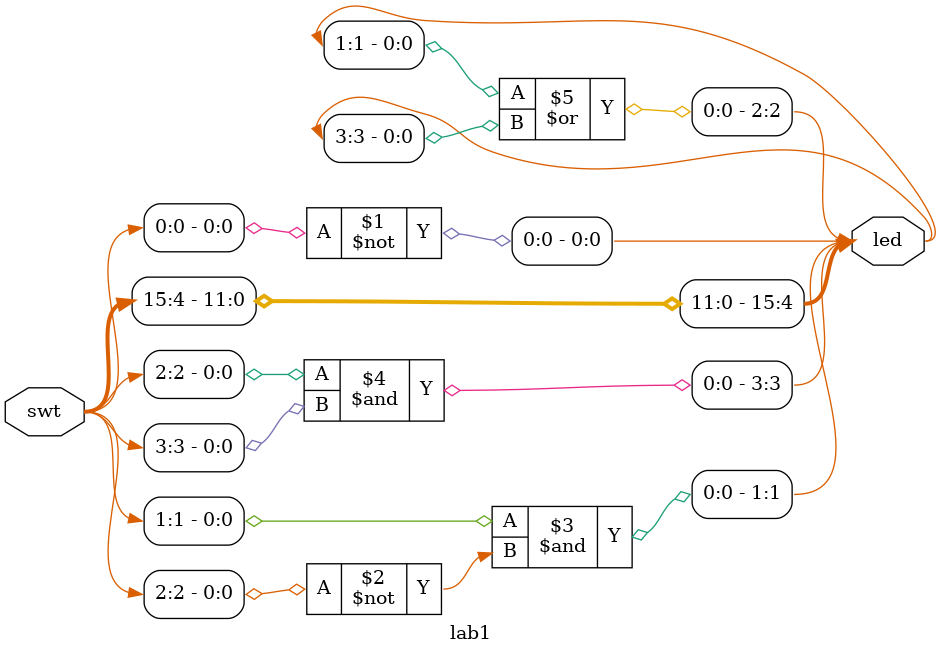
<source format=v>
`timescale 1ns / 1ps


module lab1(
    input [15:0] swt,
     output [15:0] led
    );
    
    assign led[0] = ~swt[0];
    assign led[1] = swt[1] & ~swt[2];
    assign led[3] = swt[2] & swt[3];
    assign led[2] = led[1] | led[3];
    
    assign led[15:4] = swt[15:4];
    
endmodule

</source>
